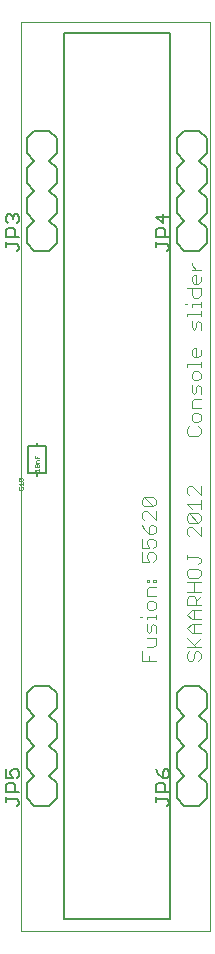
<source format=gto>
G75*
G70*
%OFA0B0*%
%FSLAX24Y24*%
%IPPOS*%
%LPD*%
%AMOC8*
5,1,8,0,0,1.08239X$1,22.5*
%
%ADD10C,0.0000*%
%ADD11C,0.0040*%
%ADD12C,0.0080*%
%ADD13C,0.0010*%
%ADD14C,0.0020*%
%ADD15C,0.0050*%
D10*
X000807Y000180D02*
X000807Y030480D01*
X007107Y030480D01*
X007107Y000180D01*
X000807Y000180D01*
D11*
X004750Y010658D02*
X004826Y010658D01*
X004980Y010658D02*
X005287Y010658D01*
X005287Y010581D02*
X005287Y010735D01*
X005210Y010888D02*
X005287Y010965D01*
X005287Y011118D01*
X005210Y011195D01*
X005056Y011195D01*
X004980Y011118D01*
X004980Y010965D01*
X005056Y010888D01*
X005210Y010888D01*
X005210Y010428D02*
X005133Y010351D01*
X005133Y010198D01*
X005056Y010121D01*
X004980Y010198D01*
X004980Y010428D01*
X004980Y010581D02*
X004980Y010658D01*
X004980Y009967D02*
X005287Y009967D01*
X005287Y009737D01*
X005210Y009660D01*
X004980Y009660D01*
X005056Y009353D02*
X005056Y009200D01*
X004826Y009200D02*
X004826Y009507D01*
X004826Y009200D02*
X005287Y009200D01*
X005287Y010121D02*
X005287Y010351D01*
X005210Y010428D01*
X005287Y011348D02*
X004980Y011348D01*
X004980Y011579D01*
X005056Y011655D01*
X005287Y011655D01*
X005287Y011809D02*
X005210Y011809D01*
X005210Y011886D01*
X005287Y011886D01*
X005287Y011809D01*
X005210Y012499D02*
X005287Y012576D01*
X005287Y012730D01*
X005210Y012806D01*
X005056Y012806D01*
X004980Y012730D01*
X004980Y012653D01*
X005056Y012499D01*
X004826Y012499D01*
X004826Y012806D01*
X004826Y012960D02*
X005056Y012960D01*
X004980Y013113D01*
X004980Y013190D01*
X005056Y013267D01*
X005210Y013267D01*
X005287Y013190D01*
X005287Y013037D01*
X005210Y012960D01*
X005210Y013420D02*
X005287Y013497D01*
X005287Y013650D01*
X005210Y013727D01*
X005133Y013727D01*
X005056Y013650D01*
X005056Y013420D01*
X005210Y013420D01*
X005056Y013420D02*
X004903Y013574D01*
X004826Y013727D01*
X004903Y013881D02*
X004826Y013957D01*
X004826Y014111D01*
X004903Y014188D01*
X004980Y014188D01*
X005287Y013881D01*
X005287Y014188D01*
X005210Y014341D02*
X005287Y014418D01*
X005287Y014571D01*
X005210Y014648D01*
X004903Y014648D01*
X005210Y014341D01*
X004903Y014341D01*
X004826Y014418D01*
X004826Y014571D01*
X004903Y014648D01*
X004826Y013267D02*
X004826Y012960D01*
X004980Y011886D02*
X005056Y011886D01*
X005056Y011809D01*
X004980Y011809D01*
X004980Y011886D01*
X006326Y011809D02*
X006787Y011809D01*
X006710Y011962D02*
X006787Y012039D01*
X006787Y012193D01*
X006710Y012269D01*
X006403Y012269D01*
X006326Y012193D01*
X006326Y012039D01*
X006403Y011962D01*
X006710Y011962D01*
X006710Y012423D02*
X006787Y012499D01*
X006787Y012576D01*
X006710Y012653D01*
X006326Y012653D01*
X006326Y012576D02*
X006326Y012730D01*
X006403Y013344D02*
X006326Y013420D01*
X006326Y013574D01*
X006403Y013650D01*
X006480Y013650D01*
X006787Y013344D01*
X006787Y013650D01*
X006710Y013804D02*
X006403Y014111D01*
X006710Y014111D01*
X006787Y014034D01*
X006787Y013881D01*
X006710Y013804D01*
X006403Y013804D01*
X006326Y013881D01*
X006326Y014034D01*
X006403Y014111D01*
X006480Y014264D02*
X006326Y014418D01*
X006787Y014418D01*
X006787Y014571D02*
X006787Y014264D01*
X006787Y014725D02*
X006480Y015032D01*
X006403Y015032D01*
X006326Y014955D01*
X006326Y014801D01*
X006403Y014725D01*
X006787Y014725D02*
X006787Y015032D01*
X006710Y016700D02*
X006787Y016777D01*
X006787Y016930D01*
X006710Y017007D01*
X006710Y017160D02*
X006787Y017237D01*
X006787Y017391D01*
X006710Y017467D01*
X006556Y017467D01*
X006480Y017391D01*
X006480Y017237D01*
X006556Y017160D01*
X006710Y017160D01*
X006710Y016700D02*
X006403Y016700D01*
X006326Y016777D01*
X006326Y016930D01*
X006403Y017007D01*
X006480Y017621D02*
X006480Y017851D01*
X006556Y017928D01*
X006787Y017928D01*
X006787Y018081D02*
X006787Y018311D01*
X006710Y018388D01*
X006633Y018311D01*
X006633Y018158D01*
X006556Y018081D01*
X006480Y018158D01*
X006480Y018388D01*
X006556Y018542D02*
X006480Y018618D01*
X006480Y018772D01*
X006556Y018848D01*
X006710Y018848D01*
X006787Y018772D01*
X006787Y018618D01*
X006710Y018542D01*
X006556Y018542D01*
X006556Y019309D02*
X006480Y019386D01*
X006480Y019539D01*
X006556Y019616D01*
X006633Y019616D01*
X006633Y019309D01*
X006710Y019309D02*
X006556Y019309D01*
X006710Y019309D02*
X006787Y019386D01*
X006787Y019539D01*
X006787Y019155D02*
X006787Y019002D01*
X006787Y019079D02*
X006326Y019079D01*
X006326Y019002D01*
X006556Y020230D02*
X006480Y020306D01*
X006480Y020537D01*
X006633Y020306D02*
X006556Y020230D01*
X006633Y020306D02*
X006633Y020460D01*
X006710Y020537D01*
X006787Y020460D01*
X006787Y020230D01*
X006787Y020690D02*
X006787Y020844D01*
X006787Y020767D02*
X006326Y020767D01*
X006326Y020690D01*
X006326Y021074D02*
X006250Y021074D01*
X006326Y021611D02*
X006787Y021611D01*
X006787Y021381D01*
X006710Y021304D01*
X006556Y021304D01*
X006480Y021381D01*
X006480Y021611D01*
X006556Y021764D02*
X006480Y021841D01*
X006480Y021995D01*
X006556Y022071D01*
X006633Y022071D01*
X006633Y021764D01*
X006710Y021764D02*
X006556Y021764D01*
X006480Y022225D02*
X006787Y022225D01*
X006787Y021995D02*
X006787Y021841D01*
X006710Y021764D01*
X006633Y022225D02*
X006480Y022378D01*
X006480Y022455D01*
X006787Y021150D02*
X006787Y020997D01*
X006787Y021074D02*
X006480Y021074D01*
X006480Y020997D01*
X006480Y017621D02*
X006787Y017621D01*
X006556Y011809D02*
X006556Y011502D01*
X006556Y011348D02*
X006633Y011272D01*
X006633Y011042D01*
X006633Y011195D02*
X006787Y011348D01*
X006787Y011502D02*
X006326Y011502D01*
X006403Y011348D02*
X006326Y011272D01*
X006326Y011042D01*
X006787Y011042D01*
X006787Y010888D02*
X006480Y010888D01*
X006326Y010735D01*
X006480Y010581D01*
X006787Y010581D01*
X006787Y010428D02*
X006480Y010428D01*
X006326Y010274D01*
X006480Y010121D01*
X006787Y010121D01*
X006787Y009967D02*
X006556Y009737D01*
X006633Y009507D02*
X006556Y009430D01*
X006556Y009277D01*
X006480Y009200D01*
X006403Y009200D01*
X006326Y009277D01*
X006326Y009430D01*
X006403Y009507D01*
X006326Y009660D02*
X006787Y009660D01*
X006710Y009507D02*
X006787Y009430D01*
X006787Y009277D01*
X006710Y009200D01*
X006710Y009507D02*
X006633Y009507D01*
X006633Y009660D02*
X006326Y009967D01*
X006556Y010121D02*
X006556Y010428D01*
X006556Y010581D02*
X006556Y010888D01*
X006556Y011348D02*
X006403Y011348D01*
D12*
X006237Y008360D02*
X006737Y008360D01*
X006987Y008110D01*
X006987Y007610D01*
X006737Y007360D01*
X006987Y007110D01*
X006987Y006610D01*
X006737Y006360D01*
X006987Y006110D01*
X006987Y005610D01*
X006737Y005360D01*
X006987Y005110D01*
X006987Y004610D01*
X006737Y004360D01*
X006237Y004360D01*
X005987Y004610D01*
X005987Y005110D01*
X006237Y005360D01*
X005987Y005610D01*
X005987Y006110D01*
X006237Y006360D01*
X005987Y006610D01*
X005987Y007110D01*
X006237Y007360D01*
X005987Y007610D01*
X005987Y008110D01*
X006237Y008360D01*
X005758Y000596D02*
X002215Y000596D01*
X002215Y030124D01*
X005758Y030124D01*
X005758Y000596D01*
X001987Y004610D02*
X001987Y005110D01*
X001737Y005360D01*
X001987Y005610D01*
X001987Y006110D01*
X001737Y006360D01*
X001987Y006610D01*
X001987Y007110D01*
X001737Y007360D01*
X001987Y007610D01*
X001987Y008110D01*
X001737Y008360D01*
X001237Y008360D01*
X000987Y008110D01*
X000987Y007610D01*
X001237Y007360D01*
X000987Y007110D01*
X000987Y006610D01*
X001237Y006360D01*
X000987Y006110D01*
X000987Y005610D01*
X001237Y005360D01*
X000987Y005110D01*
X000987Y004610D01*
X001237Y004360D01*
X001737Y004360D01*
X001987Y004610D01*
X001327Y015351D02*
X001327Y015451D01*
X001027Y015451D01*
X001027Y016349D01*
X001327Y016349D01*
X001327Y016449D01*
X001327Y016349D02*
X001627Y016349D01*
X001627Y015451D01*
X001327Y015451D01*
X001237Y022860D02*
X000987Y023110D01*
X000987Y023610D01*
X001237Y023860D01*
X000987Y024110D01*
X000987Y024610D01*
X001237Y024860D01*
X000987Y025110D01*
X000987Y025610D01*
X001237Y025860D01*
X000987Y026110D01*
X000987Y026610D01*
X001237Y026860D01*
X001737Y026860D01*
X001987Y026610D01*
X001987Y026110D01*
X001737Y025860D01*
X001987Y025610D01*
X001987Y025110D01*
X001737Y024860D01*
X001987Y024610D01*
X001987Y024110D01*
X001737Y023860D01*
X001987Y023610D01*
X001987Y023110D01*
X001737Y022860D01*
X001237Y022860D01*
X005987Y023110D02*
X006237Y022860D01*
X006737Y022860D01*
X006987Y023110D01*
X006987Y023610D01*
X006737Y023860D01*
X006987Y024110D01*
X006987Y024610D01*
X006737Y024860D01*
X006987Y025110D01*
X006987Y025610D01*
X006737Y025860D01*
X006987Y026110D01*
X006987Y026610D01*
X006737Y026860D01*
X006237Y026860D01*
X005987Y026610D01*
X005987Y026110D01*
X006237Y025860D01*
X005987Y025610D01*
X005987Y025110D01*
X006237Y024860D01*
X005987Y024610D01*
X005987Y024110D01*
X006237Y023860D01*
X005987Y023610D01*
X005987Y023110D01*
D13*
X000836Y015293D02*
X000861Y015269D01*
X000861Y015220D01*
X000836Y015195D01*
X000738Y015293D01*
X000836Y015293D01*
X000738Y015293D02*
X000713Y015269D01*
X000713Y015220D01*
X000738Y015195D01*
X000836Y015195D01*
X000861Y015148D02*
X000861Y015050D01*
X000861Y015099D02*
X000713Y015099D01*
X000763Y015050D01*
X000738Y015003D02*
X000713Y014979D01*
X000713Y014930D01*
X000738Y014905D01*
X000836Y014905D01*
X000861Y014930D01*
X000861Y014979D01*
X000836Y015003D01*
D14*
X001307Y015504D02*
X001261Y015550D01*
X001399Y015550D01*
X001399Y015595D02*
X001399Y015504D01*
X001376Y015649D02*
X001284Y015740D01*
X001376Y015740D01*
X001399Y015718D01*
X001399Y015672D01*
X001376Y015649D01*
X001284Y015649D01*
X001261Y015672D01*
X001261Y015718D01*
X001284Y015740D01*
X001307Y015794D02*
X001307Y015863D01*
X001330Y015885D01*
X001399Y015885D01*
X001399Y015939D02*
X001261Y015939D01*
X001261Y016030D01*
X001330Y015985D02*
X001330Y015939D01*
X001307Y015794D02*
X001399Y015794D01*
D15*
X000667Y022855D02*
X000742Y022930D01*
X000742Y023005D01*
X000667Y023080D01*
X000291Y023080D01*
X000291Y023005D02*
X000291Y023155D01*
X000291Y023315D02*
X000291Y023541D01*
X000366Y023616D01*
X000516Y023616D01*
X000592Y023541D01*
X000592Y023315D01*
X000667Y023776D02*
X000742Y023851D01*
X000742Y024001D01*
X000667Y024076D01*
X000592Y024076D01*
X000516Y024001D01*
X000516Y023926D01*
X000516Y024001D02*
X000441Y024076D01*
X000366Y024076D01*
X000291Y024001D01*
X000291Y023851D01*
X000366Y023776D01*
X000291Y023315D02*
X000742Y023315D01*
X000667Y005576D02*
X000516Y005576D01*
X000441Y005501D01*
X000441Y005426D01*
X000516Y005276D01*
X000291Y005276D01*
X000291Y005576D01*
X000366Y005116D02*
X000291Y005041D01*
X000291Y004815D01*
X000742Y004815D01*
X000667Y004580D02*
X000291Y004580D01*
X000291Y004505D02*
X000291Y004655D01*
X000366Y005116D02*
X000516Y005116D01*
X000592Y005041D01*
X000592Y004815D01*
X000667Y004580D02*
X000742Y004505D01*
X000742Y004430D01*
X000667Y004355D01*
X000667Y005276D02*
X000742Y005351D01*
X000742Y005501D01*
X000667Y005576D01*
X005291Y005576D02*
X005366Y005426D01*
X005516Y005276D01*
X005516Y005501D01*
X005592Y005576D01*
X005667Y005576D01*
X005742Y005501D01*
X005742Y005351D01*
X005667Y005276D01*
X005516Y005276D01*
X005516Y005116D02*
X005592Y005041D01*
X005592Y004815D01*
X005667Y004580D02*
X005291Y004580D01*
X005291Y004505D02*
X005291Y004655D01*
X005291Y004815D02*
X005291Y005041D01*
X005366Y005116D01*
X005516Y005116D01*
X005667Y004580D02*
X005742Y004505D01*
X005742Y004430D01*
X005667Y004355D01*
X005742Y004815D02*
X005291Y004815D01*
X005667Y022855D02*
X005742Y022930D01*
X005742Y023005D01*
X005667Y023080D01*
X005291Y023080D01*
X005291Y023005D02*
X005291Y023155D01*
X005291Y023315D02*
X005291Y023541D01*
X005366Y023616D01*
X005516Y023616D01*
X005592Y023541D01*
X005592Y023315D01*
X005516Y023776D02*
X005516Y024076D01*
X005291Y024001D02*
X005516Y023776D01*
X005742Y024001D02*
X005291Y024001D01*
X005291Y023315D02*
X005742Y023315D01*
M02*

</source>
